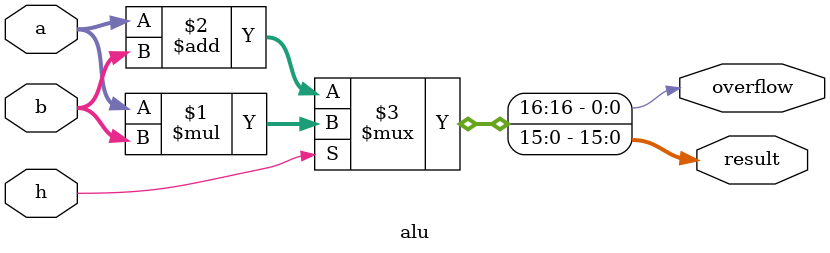
<source format=v>
module alu (
    input h,
    input [15:0] a,
    input [15:0] b,
    output overflow,
    output [15:0] result
);

    assign {overflow, result} = h ? a * b : a + b;

endmodule
</source>
